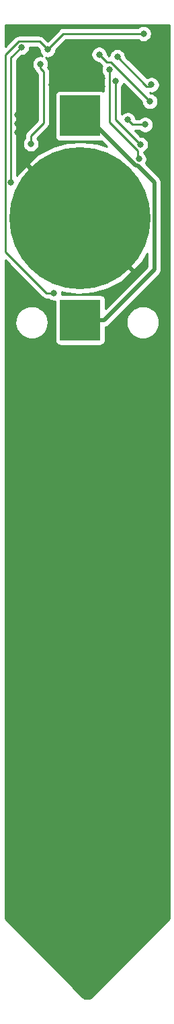
<source format=gbr>
G04 #@! TF.GenerationSoftware,KiCad,Pcbnew,(5.1.2-1)-1*
G04 #@! TF.CreationDate,2021-10-09T10:13:21+02:00*
G04 #@! TF.ProjectId,parasite,70617261-7369-4746-952e-6b696361645f,1.2.0*
G04 #@! TF.SameCoordinates,Original*
G04 #@! TF.FileFunction,Copper,L2,Bot*
G04 #@! TF.FilePolarity,Positive*
%FSLAX46Y46*%
G04 Gerber Fmt 4.6, Leading zero omitted, Abs format (unit mm)*
G04 Created by KiCad (PCBNEW (5.1.2-1)-1) date 2021-10-09 10:13:21*
%MOMM*%
%LPD*%
G04 APERTURE LIST*
%ADD10C,17.800000*%
%ADD11R,5.100000X5.100000*%
%ADD12C,0.800000*%
%ADD13C,0.250000*%
%ADD14C,0.500000*%
%ADD15C,0.254000*%
G04 APERTURE END LIST*
D10*
X67100000Y-54900000D03*
D11*
X67100000Y-42100000D03*
X67100000Y-67700000D03*
D12*
X68700000Y-60700000D03*
X65800000Y-61100000D03*
X74800000Y-53800000D03*
X74800000Y-54700000D03*
X71300000Y-52400000D03*
X72200000Y-52400000D03*
X63500000Y-51400000D03*
X63500000Y-50500000D03*
X63500000Y-49600000D03*
X67198744Y-55038241D03*
X64100000Y-55237500D03*
X65862500Y-55237500D03*
X63500000Y-38200000D03*
X64700000Y-38200000D03*
X65800000Y-38200000D03*
X67100000Y-38200000D03*
X63600000Y-41600000D03*
X63600000Y-42700000D03*
X69900000Y-37400000D03*
X69900000Y-38400000D03*
X59600000Y-35400000D03*
X59600000Y-36300000D03*
X59600000Y-37200000D03*
X62925065Y-31530239D03*
X59200000Y-42000000D03*
X59200000Y-43100000D03*
X59200000Y-44200000D03*
X67100000Y-67700000D03*
X67800000Y-67000000D03*
X68550000Y-66250000D03*
X63000000Y-33800000D03*
X75100000Y-31800000D03*
X63800000Y-64300000D03*
X62100000Y-35600000D03*
X60900000Y-45600000D03*
X58400000Y-50400000D03*
X59699999Y-33500000D03*
X71800000Y-34700000D03*
X76100000Y-38200000D03*
X69500000Y-34400000D03*
X75900000Y-40300000D03*
X69500000Y-34400000D03*
X75300000Y-43200000D03*
X73119000Y-42600000D03*
X74700000Y-45700000D03*
X71600000Y-37700000D03*
X70800000Y-36300000D03*
X74493886Y-47510431D03*
D13*
X63225000Y-38275000D02*
X63300000Y-38200000D01*
X63200000Y-38200000D02*
X64500000Y-38200000D01*
X65800000Y-38200000D02*
X67100000Y-38200000D01*
D14*
X76450001Y-61399999D02*
X76450001Y-50450001D01*
X70150000Y-67700000D02*
X76450001Y-61399999D01*
X67100000Y-67700000D02*
X70150000Y-67700000D01*
X67825453Y-42100000D02*
X67100000Y-42100000D01*
X74085885Y-48360432D02*
X67825453Y-42100000D01*
X74360432Y-48360432D02*
X74085885Y-48360432D01*
X76450001Y-50450001D02*
X74360432Y-48360432D01*
D13*
X65000000Y-31800000D02*
X75100000Y-31800000D01*
X63000000Y-33800000D02*
X65000000Y-31800000D01*
X62846998Y-64300000D02*
X63800000Y-64300000D01*
X59351998Y-32774999D02*
X57674999Y-34451998D01*
X57674999Y-59128001D02*
X62846998Y-64300000D01*
X57674999Y-34451998D02*
X57674999Y-59128001D01*
X61974999Y-32774999D02*
X59351998Y-32774999D01*
X63000000Y-33800000D02*
X61974999Y-32774999D01*
X62100000Y-36165685D02*
X62500000Y-36565685D01*
X62100000Y-35600000D02*
X62100000Y-36165685D01*
X62500000Y-36565685D02*
X62500000Y-43000000D01*
X62500000Y-43000000D02*
X60900000Y-44600000D01*
X60900000Y-44600000D02*
X60900000Y-45600000D01*
X58400000Y-34799999D02*
X58400000Y-50400000D01*
X59699999Y-33500000D02*
X58400000Y-34799999D01*
X71800000Y-34700000D02*
X75500000Y-38400000D01*
X75900000Y-38400000D02*
X76100000Y-38200000D01*
X75500000Y-38400000D02*
X75900000Y-38400000D01*
X71000001Y-35400001D02*
X75900000Y-40300000D01*
X69500000Y-34400000D02*
X69899999Y-34799999D01*
X70500001Y-35400001D02*
X69500000Y-34400000D01*
X71000001Y-35400001D02*
X70500001Y-35400001D01*
X73719000Y-43200000D02*
X73119000Y-42600000D01*
X75300000Y-43200000D02*
X73719000Y-43200000D01*
X74700000Y-45700000D02*
X71600000Y-42600000D01*
X71600000Y-42600000D02*
X71600000Y-37700000D01*
X74400000Y-47500000D02*
X74400000Y-46500000D01*
X74400000Y-46500000D02*
X70800000Y-42900000D01*
X70800000Y-42900000D02*
X70800000Y-36300000D01*
D15*
G36*
X78340000Y-142726619D02*
G01*
X68556139Y-152510479D01*
X68417802Y-152624109D01*
X68288623Y-152693375D01*
X68148451Y-152736230D01*
X68002623Y-152751043D01*
X67856695Y-152737248D01*
X67716222Y-152695371D01*
X67586563Y-152627010D01*
X67448982Y-152515599D01*
X57660000Y-142726620D01*
X57660000Y-68029240D01*
X58905990Y-68029240D01*
X58951550Y-68435412D01*
X59075134Y-68824999D01*
X59272036Y-69183162D01*
X59534755Y-69496259D01*
X59853285Y-69752364D01*
X60215494Y-69941721D01*
X60607583Y-70057120D01*
X61014620Y-70094163D01*
X61421100Y-70051440D01*
X61811541Y-69930579D01*
X62171070Y-69736182D01*
X62485993Y-69475655D01*
X62744315Y-69158920D01*
X62936197Y-68798043D01*
X63054330Y-68406768D01*
X63094214Y-68000000D01*
X63093397Y-67941526D01*
X63042171Y-67536030D01*
X62913160Y-67148206D01*
X62711276Y-66792827D01*
X62444211Y-66483429D01*
X62122136Y-66231797D01*
X61757319Y-66047514D01*
X61363656Y-65937602D01*
X60956142Y-65906245D01*
X60550298Y-65954639D01*
X60161583Y-66080940D01*
X59804804Y-66280338D01*
X59493549Y-66545237D01*
X59239674Y-66865547D01*
X59052849Y-67229068D01*
X58940191Y-67621954D01*
X58905990Y-68029240D01*
X57660000Y-68029240D01*
X57660000Y-60187803D01*
X62283199Y-64811003D01*
X62306997Y-64840001D01*
X62335995Y-64863799D01*
X62422721Y-64934974D01*
X62554751Y-65005546D01*
X62698012Y-65049003D01*
X62809665Y-65060000D01*
X62809674Y-65060000D01*
X62846997Y-65063676D01*
X62884320Y-65060000D01*
X63096289Y-65060000D01*
X63140226Y-65103937D01*
X63309744Y-65217205D01*
X63498102Y-65295226D01*
X63698061Y-65335000D01*
X63901939Y-65335000D01*
X63911928Y-65333013D01*
X63911928Y-70250000D01*
X63924188Y-70374482D01*
X63960498Y-70494180D01*
X64019463Y-70604494D01*
X64098815Y-70701185D01*
X64195506Y-70780537D01*
X64305820Y-70839502D01*
X64425518Y-70875812D01*
X64550000Y-70888072D01*
X69650000Y-70888072D01*
X69774482Y-70875812D01*
X69894180Y-70839502D01*
X70004494Y-70780537D01*
X70101185Y-70701185D01*
X70180537Y-70604494D01*
X70239502Y-70494180D01*
X70275812Y-70374482D01*
X70288072Y-70250000D01*
X70288072Y-68575683D01*
X70323490Y-68572195D01*
X70490313Y-68521589D01*
X70644059Y-68439411D01*
X70778817Y-68328817D01*
X70806534Y-68295044D01*
X71072338Y-68029240D01*
X72905990Y-68029240D01*
X72951550Y-68435412D01*
X73075134Y-68824999D01*
X73272036Y-69183162D01*
X73534755Y-69496259D01*
X73853285Y-69752364D01*
X74215494Y-69941721D01*
X74607583Y-70057120D01*
X75014620Y-70094163D01*
X75421100Y-70051440D01*
X75811541Y-69930579D01*
X76171070Y-69736182D01*
X76485993Y-69475655D01*
X76744315Y-69158920D01*
X76936197Y-68798043D01*
X77054330Y-68406768D01*
X77094214Y-68000000D01*
X77093397Y-67941526D01*
X77042171Y-67536030D01*
X76913160Y-67148206D01*
X76711276Y-66792827D01*
X76444211Y-66483429D01*
X76122136Y-66231797D01*
X75757319Y-66047514D01*
X75363656Y-65937602D01*
X74956142Y-65906245D01*
X74550298Y-65954639D01*
X74161583Y-66080940D01*
X73804804Y-66280338D01*
X73493549Y-66545237D01*
X73239674Y-66865547D01*
X73052849Y-67229068D01*
X72940191Y-67621954D01*
X72905990Y-68029240D01*
X71072338Y-68029240D01*
X77045052Y-62056527D01*
X77078818Y-62028816D01*
X77189412Y-61894058D01*
X77271590Y-61740312D01*
X77322196Y-61573489D01*
X77335001Y-61443476D01*
X77335001Y-61443468D01*
X77339282Y-61399999D01*
X77335001Y-61356530D01*
X77335001Y-50493470D01*
X77339282Y-50450001D01*
X77335001Y-50406532D01*
X77335001Y-50406524D01*
X77322196Y-50276511D01*
X77271590Y-50109688D01*
X77189412Y-49955942D01*
X77078818Y-49821184D01*
X77045050Y-49793471D01*
X75347474Y-48095896D01*
X75411091Y-48000687D01*
X75489112Y-47812329D01*
X75528886Y-47612370D01*
X75528886Y-47408492D01*
X75489112Y-47208533D01*
X75411091Y-47020175D01*
X75297823Y-46850657D01*
X75160000Y-46712834D01*
X75160000Y-46629738D01*
X75190256Y-46617205D01*
X75359774Y-46503937D01*
X75503937Y-46359774D01*
X75617205Y-46190256D01*
X75695226Y-46001898D01*
X75735000Y-45801939D01*
X75735000Y-45598061D01*
X75695226Y-45398102D01*
X75617205Y-45209744D01*
X75503937Y-45040226D01*
X75359774Y-44896063D01*
X75190256Y-44782795D01*
X75001898Y-44704774D01*
X74801939Y-44665000D01*
X74739802Y-44665000D01*
X74034802Y-43960000D01*
X74596289Y-43960000D01*
X74640226Y-44003937D01*
X74809744Y-44117205D01*
X74998102Y-44195226D01*
X75198061Y-44235000D01*
X75401939Y-44235000D01*
X75601898Y-44195226D01*
X75790256Y-44117205D01*
X75959774Y-44003937D01*
X76103937Y-43859774D01*
X76217205Y-43690256D01*
X76295226Y-43501898D01*
X76335000Y-43301939D01*
X76335000Y-43098061D01*
X76295226Y-42898102D01*
X76217205Y-42709744D01*
X76103937Y-42540226D01*
X75959774Y-42396063D01*
X75790256Y-42282795D01*
X75601898Y-42204774D01*
X75401939Y-42165000D01*
X75198061Y-42165000D01*
X74998102Y-42204774D01*
X74809744Y-42282795D01*
X74640226Y-42396063D01*
X74596289Y-42440000D01*
X74142451Y-42440000D01*
X74114226Y-42298102D01*
X74036205Y-42109744D01*
X73922937Y-41940226D01*
X73778774Y-41796063D01*
X73609256Y-41682795D01*
X73420898Y-41604774D01*
X73220939Y-41565000D01*
X73017061Y-41565000D01*
X72817102Y-41604774D01*
X72628744Y-41682795D01*
X72459226Y-41796063D01*
X72360000Y-41895289D01*
X72360000Y-38403711D01*
X72403937Y-38359774D01*
X72517205Y-38190256D01*
X72575271Y-38050073D01*
X74865000Y-40339802D01*
X74865000Y-40401939D01*
X74904774Y-40601898D01*
X74982795Y-40790256D01*
X75096063Y-40959774D01*
X75240226Y-41103937D01*
X75409744Y-41217205D01*
X75598102Y-41295226D01*
X75798061Y-41335000D01*
X76001939Y-41335000D01*
X76201898Y-41295226D01*
X76390256Y-41217205D01*
X76559774Y-41103937D01*
X76703937Y-40959774D01*
X76817205Y-40790256D01*
X76895226Y-40601898D01*
X76935000Y-40401939D01*
X76935000Y-40198061D01*
X76895226Y-39998102D01*
X76817205Y-39809744D01*
X76703937Y-39640226D01*
X76559774Y-39496063D01*
X76390256Y-39382795D01*
X76201898Y-39304774D01*
X76001939Y-39265000D01*
X75939802Y-39265000D01*
X75887887Y-39213085D01*
X75998061Y-39235000D01*
X76201939Y-39235000D01*
X76401898Y-39195226D01*
X76590256Y-39117205D01*
X76759774Y-39003937D01*
X76903937Y-38859774D01*
X77017205Y-38690256D01*
X77095226Y-38501898D01*
X77135000Y-38301939D01*
X77135000Y-38098061D01*
X77095226Y-37898102D01*
X77017205Y-37709744D01*
X76903937Y-37540226D01*
X76759774Y-37396063D01*
X76590256Y-37282795D01*
X76401898Y-37204774D01*
X76201939Y-37165000D01*
X75998061Y-37165000D01*
X75798102Y-37204774D01*
X75609744Y-37282795D01*
X75518538Y-37343736D01*
X72835000Y-34660199D01*
X72835000Y-34598061D01*
X72795226Y-34398102D01*
X72717205Y-34209744D01*
X72603937Y-34040226D01*
X72459774Y-33896063D01*
X72290256Y-33782795D01*
X72101898Y-33704774D01*
X71901939Y-33665000D01*
X71698061Y-33665000D01*
X71498102Y-33704774D01*
X71309744Y-33782795D01*
X71140226Y-33896063D01*
X70996063Y-34040226D01*
X70882795Y-34209744D01*
X70804774Y-34398102D01*
X70766305Y-34591503D01*
X70535000Y-34360199D01*
X70535000Y-34298061D01*
X70495226Y-34098102D01*
X70417205Y-33909744D01*
X70303937Y-33740226D01*
X70159774Y-33596063D01*
X69990256Y-33482795D01*
X69801898Y-33404774D01*
X69601939Y-33365000D01*
X69398061Y-33365000D01*
X69198102Y-33404774D01*
X69009744Y-33482795D01*
X68840226Y-33596063D01*
X68696063Y-33740226D01*
X68582795Y-33909744D01*
X68504774Y-34098102D01*
X68465000Y-34298061D01*
X68465000Y-34501939D01*
X68504774Y-34701898D01*
X68582795Y-34890256D01*
X68696063Y-35059774D01*
X68840226Y-35203937D01*
X69009744Y-35317205D01*
X69198102Y-35395226D01*
X69398061Y-35435000D01*
X69460199Y-35435000D01*
X69868779Y-35843581D01*
X69804774Y-35998102D01*
X69765000Y-36198061D01*
X69765000Y-36401939D01*
X69804774Y-36601898D01*
X69882795Y-36790256D01*
X69996063Y-36959774D01*
X70040001Y-37003712D01*
X70040001Y-39048602D01*
X70004494Y-39019463D01*
X69894180Y-38960498D01*
X69774482Y-38924188D01*
X69650000Y-38911928D01*
X64550000Y-38911928D01*
X64425518Y-38924188D01*
X64305820Y-38960498D01*
X64195506Y-39019463D01*
X64098815Y-39098815D01*
X64019463Y-39195506D01*
X63960498Y-39305820D01*
X63924188Y-39425518D01*
X63911928Y-39550000D01*
X63911928Y-44650000D01*
X63924188Y-44774482D01*
X63960498Y-44894180D01*
X64019463Y-45004494D01*
X64098815Y-45101185D01*
X64195506Y-45180537D01*
X64305820Y-45239502D01*
X64425518Y-45275812D01*
X64550000Y-45288072D01*
X69650000Y-45288072D01*
X69751910Y-45278035D01*
X70433997Y-45960123D01*
X69212984Y-45554762D01*
X67349218Y-45322106D01*
X65475875Y-45457522D01*
X63664946Y-45955808D01*
X61986024Y-46797814D01*
X61571590Y-47074730D01*
X60527775Y-48148170D01*
X67100000Y-54720395D01*
X67114143Y-54706253D01*
X67293748Y-54885858D01*
X67279605Y-54900000D01*
X73851830Y-61472225D01*
X74925270Y-60428410D01*
X75565001Y-59302989D01*
X75565001Y-61033420D01*
X70288072Y-66310350D01*
X70288072Y-65150000D01*
X70275812Y-65025518D01*
X70239502Y-64905820D01*
X70180537Y-64795506D01*
X70101185Y-64698815D01*
X70004494Y-64619463D01*
X69894180Y-64560498D01*
X69774482Y-64524188D01*
X69650000Y-64511928D01*
X64813122Y-64511928D01*
X64835000Y-64401939D01*
X64835000Y-64198061D01*
X64834299Y-64194538D01*
X64987016Y-64245238D01*
X66850782Y-64477894D01*
X68724125Y-64342478D01*
X70535054Y-63844192D01*
X72213976Y-63002186D01*
X72628410Y-62725270D01*
X73672225Y-61651830D01*
X67100000Y-55079605D01*
X67085858Y-55093748D01*
X66906253Y-54914143D01*
X66920395Y-54900000D01*
X60348170Y-48327775D01*
X59274730Y-49371590D01*
X59160000Y-49573424D01*
X59160000Y-35114800D01*
X59739801Y-34535000D01*
X59801938Y-34535000D01*
X60001897Y-34495226D01*
X60190255Y-34417205D01*
X60359773Y-34303937D01*
X60503936Y-34159774D01*
X60617204Y-33990256D01*
X60695225Y-33801898D01*
X60734999Y-33601939D01*
X60734999Y-33534999D01*
X61660198Y-33534999D01*
X61965000Y-33839802D01*
X61965000Y-33901939D01*
X62004774Y-34101898D01*
X62082795Y-34290256D01*
X62196063Y-34459774D01*
X62325958Y-34589669D01*
X62201939Y-34565000D01*
X61998061Y-34565000D01*
X61798102Y-34604774D01*
X61609744Y-34682795D01*
X61440226Y-34796063D01*
X61296063Y-34940226D01*
X61182795Y-35109744D01*
X61104774Y-35298102D01*
X61065000Y-35498061D01*
X61065000Y-35701939D01*
X61104774Y-35901898D01*
X61182795Y-36090256D01*
X61296063Y-36259774D01*
X61351013Y-36314724D01*
X61394454Y-36457932D01*
X61419037Y-36503921D01*
X61465026Y-36589961D01*
X61526610Y-36665000D01*
X61560000Y-36705686D01*
X61588998Y-36729484D01*
X61740000Y-36880487D01*
X61740001Y-42685197D01*
X60389003Y-44036196D01*
X60359999Y-44059999D01*
X60313052Y-44117205D01*
X60265026Y-44175724D01*
X60254602Y-44195226D01*
X60194454Y-44307754D01*
X60150997Y-44451015D01*
X60140000Y-44562668D01*
X60140000Y-44562678D01*
X60136324Y-44600000D01*
X60140000Y-44637323D01*
X60140000Y-44896289D01*
X60096063Y-44940226D01*
X59982795Y-45109744D01*
X59904774Y-45298102D01*
X59865000Y-45498061D01*
X59865000Y-45701939D01*
X59904774Y-45901898D01*
X59982795Y-46090256D01*
X60096063Y-46259774D01*
X60240226Y-46403937D01*
X60409744Y-46517205D01*
X60598102Y-46595226D01*
X60798061Y-46635000D01*
X61001939Y-46635000D01*
X61201898Y-46595226D01*
X61390256Y-46517205D01*
X61559774Y-46403937D01*
X61703937Y-46259774D01*
X61817205Y-46090256D01*
X61895226Y-45901898D01*
X61935000Y-45701939D01*
X61935000Y-45498061D01*
X61895226Y-45298102D01*
X61817205Y-45109744D01*
X61703937Y-44940226D01*
X61669256Y-44905545D01*
X63011003Y-43563799D01*
X63040001Y-43540001D01*
X63134974Y-43424276D01*
X63205546Y-43292247D01*
X63249003Y-43148986D01*
X63260000Y-43037333D01*
X63260000Y-43037325D01*
X63263676Y-43000000D01*
X63260000Y-42962675D01*
X63260000Y-36603007D01*
X63263676Y-36565684D01*
X63260000Y-36528361D01*
X63260000Y-36528352D01*
X63249003Y-36416699D01*
X63205546Y-36273438D01*
X63134974Y-36141409D01*
X63042627Y-36028883D01*
X63095226Y-35901898D01*
X63135000Y-35701939D01*
X63135000Y-35498061D01*
X63095226Y-35298102D01*
X63017205Y-35109744D01*
X62903937Y-34940226D01*
X62774042Y-34810331D01*
X62898061Y-34835000D01*
X63101939Y-34835000D01*
X63301898Y-34795226D01*
X63490256Y-34717205D01*
X63659774Y-34603937D01*
X63803937Y-34459774D01*
X63917205Y-34290256D01*
X63995226Y-34101898D01*
X64035000Y-33901939D01*
X64035000Y-33839801D01*
X65314802Y-32560000D01*
X74396289Y-32560000D01*
X74440226Y-32603937D01*
X74609744Y-32717205D01*
X74798102Y-32795226D01*
X74998061Y-32835000D01*
X75201939Y-32835000D01*
X75401898Y-32795226D01*
X75590256Y-32717205D01*
X75759774Y-32603937D01*
X75903937Y-32459774D01*
X76017205Y-32290256D01*
X76095226Y-32101898D01*
X76135000Y-31901939D01*
X76135000Y-31698061D01*
X76095226Y-31498102D01*
X76017205Y-31309744D01*
X75903937Y-31140226D01*
X75759774Y-30996063D01*
X75590256Y-30882795D01*
X75401898Y-30804774D01*
X75201939Y-30765000D01*
X74998061Y-30765000D01*
X74798102Y-30804774D01*
X74609744Y-30882795D01*
X74440226Y-30996063D01*
X74396289Y-31040000D01*
X65037322Y-31040000D01*
X64999999Y-31036324D01*
X64962676Y-31040000D01*
X64962667Y-31040000D01*
X64851014Y-31050997D01*
X64707753Y-31094454D01*
X64575723Y-31165026D01*
X64492083Y-31233668D01*
X64459999Y-31259999D01*
X64436201Y-31288997D01*
X63000000Y-32725199D01*
X62538803Y-32264001D01*
X62515000Y-32234998D01*
X62399275Y-32140025D01*
X62267246Y-32069453D01*
X62123985Y-32025996D01*
X62012332Y-32014999D01*
X62012321Y-32014999D01*
X61974999Y-32011323D01*
X61937677Y-32014999D01*
X59389323Y-32014999D01*
X59351998Y-32011323D01*
X59314673Y-32014999D01*
X59314665Y-32014999D01*
X59203012Y-32025996D01*
X59059751Y-32069453D01*
X58927722Y-32140025D01*
X58811997Y-32234998D01*
X58788199Y-32263996D01*
X57660000Y-33392196D01*
X57660000Y-30727000D01*
X78340001Y-30727000D01*
X78340000Y-142726619D01*
X78340000Y-142726619D01*
G37*
X78340000Y-142726619D02*
X68556139Y-152510479D01*
X68417802Y-152624109D01*
X68288623Y-152693375D01*
X68148451Y-152736230D01*
X68002623Y-152751043D01*
X67856695Y-152737248D01*
X67716222Y-152695371D01*
X67586563Y-152627010D01*
X67448982Y-152515599D01*
X57660000Y-142726620D01*
X57660000Y-68029240D01*
X58905990Y-68029240D01*
X58951550Y-68435412D01*
X59075134Y-68824999D01*
X59272036Y-69183162D01*
X59534755Y-69496259D01*
X59853285Y-69752364D01*
X60215494Y-69941721D01*
X60607583Y-70057120D01*
X61014620Y-70094163D01*
X61421100Y-70051440D01*
X61811541Y-69930579D01*
X62171070Y-69736182D01*
X62485993Y-69475655D01*
X62744315Y-69158920D01*
X62936197Y-68798043D01*
X63054330Y-68406768D01*
X63094214Y-68000000D01*
X63093397Y-67941526D01*
X63042171Y-67536030D01*
X62913160Y-67148206D01*
X62711276Y-66792827D01*
X62444211Y-66483429D01*
X62122136Y-66231797D01*
X61757319Y-66047514D01*
X61363656Y-65937602D01*
X60956142Y-65906245D01*
X60550298Y-65954639D01*
X60161583Y-66080940D01*
X59804804Y-66280338D01*
X59493549Y-66545237D01*
X59239674Y-66865547D01*
X59052849Y-67229068D01*
X58940191Y-67621954D01*
X58905990Y-68029240D01*
X57660000Y-68029240D01*
X57660000Y-60187803D01*
X62283199Y-64811003D01*
X62306997Y-64840001D01*
X62335995Y-64863799D01*
X62422721Y-64934974D01*
X62554751Y-65005546D01*
X62698012Y-65049003D01*
X62809665Y-65060000D01*
X62809674Y-65060000D01*
X62846997Y-65063676D01*
X62884320Y-65060000D01*
X63096289Y-65060000D01*
X63140226Y-65103937D01*
X63309744Y-65217205D01*
X63498102Y-65295226D01*
X63698061Y-65335000D01*
X63901939Y-65335000D01*
X63911928Y-65333013D01*
X63911928Y-70250000D01*
X63924188Y-70374482D01*
X63960498Y-70494180D01*
X64019463Y-70604494D01*
X64098815Y-70701185D01*
X64195506Y-70780537D01*
X64305820Y-70839502D01*
X64425518Y-70875812D01*
X64550000Y-70888072D01*
X69650000Y-70888072D01*
X69774482Y-70875812D01*
X69894180Y-70839502D01*
X70004494Y-70780537D01*
X70101185Y-70701185D01*
X70180537Y-70604494D01*
X70239502Y-70494180D01*
X70275812Y-70374482D01*
X70288072Y-70250000D01*
X70288072Y-68575683D01*
X70323490Y-68572195D01*
X70490313Y-68521589D01*
X70644059Y-68439411D01*
X70778817Y-68328817D01*
X70806534Y-68295044D01*
X71072338Y-68029240D01*
X72905990Y-68029240D01*
X72951550Y-68435412D01*
X73075134Y-68824999D01*
X73272036Y-69183162D01*
X73534755Y-69496259D01*
X73853285Y-69752364D01*
X74215494Y-69941721D01*
X74607583Y-70057120D01*
X75014620Y-70094163D01*
X75421100Y-70051440D01*
X75811541Y-69930579D01*
X76171070Y-69736182D01*
X76485993Y-69475655D01*
X76744315Y-69158920D01*
X76936197Y-68798043D01*
X77054330Y-68406768D01*
X77094214Y-68000000D01*
X77093397Y-67941526D01*
X77042171Y-67536030D01*
X76913160Y-67148206D01*
X76711276Y-66792827D01*
X76444211Y-66483429D01*
X76122136Y-66231797D01*
X75757319Y-66047514D01*
X75363656Y-65937602D01*
X74956142Y-65906245D01*
X74550298Y-65954639D01*
X74161583Y-66080940D01*
X73804804Y-66280338D01*
X73493549Y-66545237D01*
X73239674Y-66865547D01*
X73052849Y-67229068D01*
X72940191Y-67621954D01*
X72905990Y-68029240D01*
X71072338Y-68029240D01*
X77045052Y-62056527D01*
X77078818Y-62028816D01*
X77189412Y-61894058D01*
X77271590Y-61740312D01*
X77322196Y-61573489D01*
X77335001Y-61443476D01*
X77335001Y-61443468D01*
X77339282Y-61399999D01*
X77335001Y-61356530D01*
X77335001Y-50493470D01*
X77339282Y-50450001D01*
X77335001Y-50406532D01*
X77335001Y-50406524D01*
X77322196Y-50276511D01*
X77271590Y-50109688D01*
X77189412Y-49955942D01*
X77078818Y-49821184D01*
X77045050Y-49793471D01*
X75347474Y-48095896D01*
X75411091Y-48000687D01*
X75489112Y-47812329D01*
X75528886Y-47612370D01*
X75528886Y-47408492D01*
X75489112Y-47208533D01*
X75411091Y-47020175D01*
X75297823Y-46850657D01*
X75160000Y-46712834D01*
X75160000Y-46629738D01*
X75190256Y-46617205D01*
X75359774Y-46503937D01*
X75503937Y-46359774D01*
X75617205Y-46190256D01*
X75695226Y-46001898D01*
X75735000Y-45801939D01*
X75735000Y-45598061D01*
X75695226Y-45398102D01*
X75617205Y-45209744D01*
X75503937Y-45040226D01*
X75359774Y-44896063D01*
X75190256Y-44782795D01*
X75001898Y-44704774D01*
X74801939Y-44665000D01*
X74739802Y-44665000D01*
X74034802Y-43960000D01*
X74596289Y-43960000D01*
X74640226Y-44003937D01*
X74809744Y-44117205D01*
X74998102Y-44195226D01*
X75198061Y-44235000D01*
X75401939Y-44235000D01*
X75601898Y-44195226D01*
X75790256Y-44117205D01*
X75959774Y-44003937D01*
X76103937Y-43859774D01*
X76217205Y-43690256D01*
X76295226Y-43501898D01*
X76335000Y-43301939D01*
X76335000Y-43098061D01*
X76295226Y-42898102D01*
X76217205Y-42709744D01*
X76103937Y-42540226D01*
X75959774Y-42396063D01*
X75790256Y-42282795D01*
X75601898Y-42204774D01*
X75401939Y-42165000D01*
X75198061Y-42165000D01*
X74998102Y-42204774D01*
X74809744Y-42282795D01*
X74640226Y-42396063D01*
X74596289Y-42440000D01*
X74142451Y-42440000D01*
X74114226Y-42298102D01*
X74036205Y-42109744D01*
X73922937Y-41940226D01*
X73778774Y-41796063D01*
X73609256Y-41682795D01*
X73420898Y-41604774D01*
X73220939Y-41565000D01*
X73017061Y-41565000D01*
X72817102Y-41604774D01*
X72628744Y-41682795D01*
X72459226Y-41796063D01*
X72360000Y-41895289D01*
X72360000Y-38403711D01*
X72403937Y-38359774D01*
X72517205Y-38190256D01*
X72575271Y-38050073D01*
X74865000Y-40339802D01*
X74865000Y-40401939D01*
X74904774Y-40601898D01*
X74982795Y-40790256D01*
X75096063Y-40959774D01*
X75240226Y-41103937D01*
X75409744Y-41217205D01*
X75598102Y-41295226D01*
X75798061Y-41335000D01*
X76001939Y-41335000D01*
X76201898Y-41295226D01*
X76390256Y-41217205D01*
X76559774Y-41103937D01*
X76703937Y-40959774D01*
X76817205Y-40790256D01*
X76895226Y-40601898D01*
X76935000Y-40401939D01*
X76935000Y-40198061D01*
X76895226Y-39998102D01*
X76817205Y-39809744D01*
X76703937Y-39640226D01*
X76559774Y-39496063D01*
X76390256Y-39382795D01*
X76201898Y-39304774D01*
X76001939Y-39265000D01*
X75939802Y-39265000D01*
X75887887Y-39213085D01*
X75998061Y-39235000D01*
X76201939Y-39235000D01*
X76401898Y-39195226D01*
X76590256Y-39117205D01*
X76759774Y-39003937D01*
X76903937Y-38859774D01*
X77017205Y-38690256D01*
X77095226Y-38501898D01*
X77135000Y-38301939D01*
X77135000Y-38098061D01*
X77095226Y-37898102D01*
X77017205Y-37709744D01*
X76903937Y-37540226D01*
X76759774Y-37396063D01*
X76590256Y-37282795D01*
X76401898Y-37204774D01*
X76201939Y-37165000D01*
X75998061Y-37165000D01*
X75798102Y-37204774D01*
X75609744Y-37282795D01*
X75518538Y-37343736D01*
X72835000Y-34660199D01*
X72835000Y-34598061D01*
X72795226Y-34398102D01*
X72717205Y-34209744D01*
X72603937Y-34040226D01*
X72459774Y-33896063D01*
X72290256Y-33782795D01*
X72101898Y-33704774D01*
X71901939Y-33665000D01*
X71698061Y-33665000D01*
X71498102Y-33704774D01*
X71309744Y-33782795D01*
X71140226Y-33896063D01*
X70996063Y-34040226D01*
X70882795Y-34209744D01*
X70804774Y-34398102D01*
X70766305Y-34591503D01*
X70535000Y-34360199D01*
X70535000Y-34298061D01*
X70495226Y-34098102D01*
X70417205Y-33909744D01*
X70303937Y-33740226D01*
X70159774Y-33596063D01*
X69990256Y-33482795D01*
X69801898Y-33404774D01*
X69601939Y-33365000D01*
X69398061Y-33365000D01*
X69198102Y-33404774D01*
X69009744Y-33482795D01*
X68840226Y-33596063D01*
X68696063Y-33740226D01*
X68582795Y-33909744D01*
X68504774Y-34098102D01*
X68465000Y-34298061D01*
X68465000Y-34501939D01*
X68504774Y-34701898D01*
X68582795Y-34890256D01*
X68696063Y-35059774D01*
X68840226Y-35203937D01*
X69009744Y-35317205D01*
X69198102Y-35395226D01*
X69398061Y-35435000D01*
X69460199Y-35435000D01*
X69868779Y-35843581D01*
X69804774Y-35998102D01*
X69765000Y-36198061D01*
X69765000Y-36401939D01*
X69804774Y-36601898D01*
X69882795Y-36790256D01*
X69996063Y-36959774D01*
X70040001Y-37003712D01*
X70040001Y-39048602D01*
X70004494Y-39019463D01*
X69894180Y-38960498D01*
X69774482Y-38924188D01*
X69650000Y-38911928D01*
X64550000Y-38911928D01*
X64425518Y-38924188D01*
X64305820Y-38960498D01*
X64195506Y-39019463D01*
X64098815Y-39098815D01*
X64019463Y-39195506D01*
X63960498Y-39305820D01*
X63924188Y-39425518D01*
X63911928Y-39550000D01*
X63911928Y-44650000D01*
X63924188Y-44774482D01*
X63960498Y-44894180D01*
X64019463Y-45004494D01*
X64098815Y-45101185D01*
X64195506Y-45180537D01*
X64305820Y-45239502D01*
X64425518Y-45275812D01*
X64550000Y-45288072D01*
X69650000Y-45288072D01*
X69751910Y-45278035D01*
X70433997Y-45960123D01*
X69212984Y-45554762D01*
X67349218Y-45322106D01*
X65475875Y-45457522D01*
X63664946Y-45955808D01*
X61986024Y-46797814D01*
X61571590Y-47074730D01*
X60527775Y-48148170D01*
X67100000Y-54720395D01*
X67114143Y-54706253D01*
X67293748Y-54885858D01*
X67279605Y-54900000D01*
X73851830Y-61472225D01*
X74925270Y-60428410D01*
X75565001Y-59302989D01*
X75565001Y-61033420D01*
X70288072Y-66310350D01*
X70288072Y-65150000D01*
X70275812Y-65025518D01*
X70239502Y-64905820D01*
X70180537Y-64795506D01*
X70101185Y-64698815D01*
X70004494Y-64619463D01*
X69894180Y-64560498D01*
X69774482Y-64524188D01*
X69650000Y-64511928D01*
X64813122Y-64511928D01*
X64835000Y-64401939D01*
X64835000Y-64198061D01*
X64834299Y-64194538D01*
X64987016Y-64245238D01*
X66850782Y-64477894D01*
X68724125Y-64342478D01*
X70535054Y-63844192D01*
X72213976Y-63002186D01*
X72628410Y-62725270D01*
X73672225Y-61651830D01*
X67100000Y-55079605D01*
X67085858Y-55093748D01*
X66906253Y-54914143D01*
X66920395Y-54900000D01*
X60348170Y-48327775D01*
X59274730Y-49371590D01*
X59160000Y-49573424D01*
X59160000Y-35114800D01*
X59739801Y-34535000D01*
X59801938Y-34535000D01*
X60001897Y-34495226D01*
X60190255Y-34417205D01*
X60359773Y-34303937D01*
X60503936Y-34159774D01*
X60617204Y-33990256D01*
X60695225Y-33801898D01*
X60734999Y-33601939D01*
X60734999Y-33534999D01*
X61660198Y-33534999D01*
X61965000Y-33839802D01*
X61965000Y-33901939D01*
X62004774Y-34101898D01*
X62082795Y-34290256D01*
X62196063Y-34459774D01*
X62325958Y-34589669D01*
X62201939Y-34565000D01*
X61998061Y-34565000D01*
X61798102Y-34604774D01*
X61609744Y-34682795D01*
X61440226Y-34796063D01*
X61296063Y-34940226D01*
X61182795Y-35109744D01*
X61104774Y-35298102D01*
X61065000Y-35498061D01*
X61065000Y-35701939D01*
X61104774Y-35901898D01*
X61182795Y-36090256D01*
X61296063Y-36259774D01*
X61351013Y-36314724D01*
X61394454Y-36457932D01*
X61419037Y-36503921D01*
X61465026Y-36589961D01*
X61526610Y-36665000D01*
X61560000Y-36705686D01*
X61588998Y-36729484D01*
X61740000Y-36880487D01*
X61740001Y-42685197D01*
X60389003Y-44036196D01*
X60359999Y-44059999D01*
X60313052Y-44117205D01*
X60265026Y-44175724D01*
X60254602Y-44195226D01*
X60194454Y-44307754D01*
X60150997Y-44451015D01*
X60140000Y-44562668D01*
X60140000Y-44562678D01*
X60136324Y-44600000D01*
X60140000Y-44637323D01*
X60140000Y-44896289D01*
X60096063Y-44940226D01*
X59982795Y-45109744D01*
X59904774Y-45298102D01*
X59865000Y-45498061D01*
X59865000Y-45701939D01*
X59904774Y-45901898D01*
X59982795Y-46090256D01*
X60096063Y-46259774D01*
X60240226Y-46403937D01*
X60409744Y-46517205D01*
X60598102Y-46595226D01*
X60798061Y-46635000D01*
X61001939Y-46635000D01*
X61201898Y-46595226D01*
X61390256Y-46517205D01*
X61559774Y-46403937D01*
X61703937Y-46259774D01*
X61817205Y-46090256D01*
X61895226Y-45901898D01*
X61935000Y-45701939D01*
X61935000Y-45498061D01*
X61895226Y-45298102D01*
X61817205Y-45109744D01*
X61703937Y-44940226D01*
X61669256Y-44905545D01*
X63011003Y-43563799D01*
X63040001Y-43540001D01*
X63134974Y-43424276D01*
X63205546Y-43292247D01*
X63249003Y-43148986D01*
X63260000Y-43037333D01*
X63260000Y-43037325D01*
X63263676Y-43000000D01*
X63260000Y-42962675D01*
X63260000Y-36603007D01*
X63263676Y-36565684D01*
X63260000Y-36528361D01*
X63260000Y-36528352D01*
X63249003Y-36416699D01*
X63205546Y-36273438D01*
X63134974Y-36141409D01*
X63042627Y-36028883D01*
X63095226Y-35901898D01*
X63135000Y-35701939D01*
X63135000Y-35498061D01*
X63095226Y-35298102D01*
X63017205Y-35109744D01*
X62903937Y-34940226D01*
X62774042Y-34810331D01*
X62898061Y-34835000D01*
X63101939Y-34835000D01*
X63301898Y-34795226D01*
X63490256Y-34717205D01*
X63659774Y-34603937D01*
X63803937Y-34459774D01*
X63917205Y-34290256D01*
X63995226Y-34101898D01*
X64035000Y-33901939D01*
X64035000Y-33839801D01*
X65314802Y-32560000D01*
X74396289Y-32560000D01*
X74440226Y-32603937D01*
X74609744Y-32717205D01*
X74798102Y-32795226D01*
X74998061Y-32835000D01*
X75201939Y-32835000D01*
X75401898Y-32795226D01*
X75590256Y-32717205D01*
X75759774Y-32603937D01*
X75903937Y-32459774D01*
X76017205Y-32290256D01*
X76095226Y-32101898D01*
X76135000Y-31901939D01*
X76135000Y-31698061D01*
X76095226Y-31498102D01*
X76017205Y-31309744D01*
X75903937Y-31140226D01*
X75759774Y-30996063D01*
X75590256Y-30882795D01*
X75401898Y-30804774D01*
X75201939Y-30765000D01*
X74998061Y-30765000D01*
X74798102Y-30804774D01*
X74609744Y-30882795D01*
X74440226Y-30996063D01*
X74396289Y-31040000D01*
X65037322Y-31040000D01*
X64999999Y-31036324D01*
X64962676Y-31040000D01*
X64962667Y-31040000D01*
X64851014Y-31050997D01*
X64707753Y-31094454D01*
X64575723Y-31165026D01*
X64492083Y-31233668D01*
X64459999Y-31259999D01*
X64436201Y-31288997D01*
X63000000Y-32725199D01*
X62538803Y-32264001D01*
X62515000Y-32234998D01*
X62399275Y-32140025D01*
X62267246Y-32069453D01*
X62123985Y-32025996D01*
X62012332Y-32014999D01*
X62012321Y-32014999D01*
X61974999Y-32011323D01*
X61937677Y-32014999D01*
X59389323Y-32014999D01*
X59351998Y-32011323D01*
X59314673Y-32014999D01*
X59314665Y-32014999D01*
X59203012Y-32025996D01*
X59059751Y-32069453D01*
X58927722Y-32140025D01*
X58811997Y-32234998D01*
X58788199Y-32263996D01*
X57660000Y-33392196D01*
X57660000Y-30727000D01*
X78340001Y-30727000D01*
X78340000Y-142726619D01*
M02*

</source>
